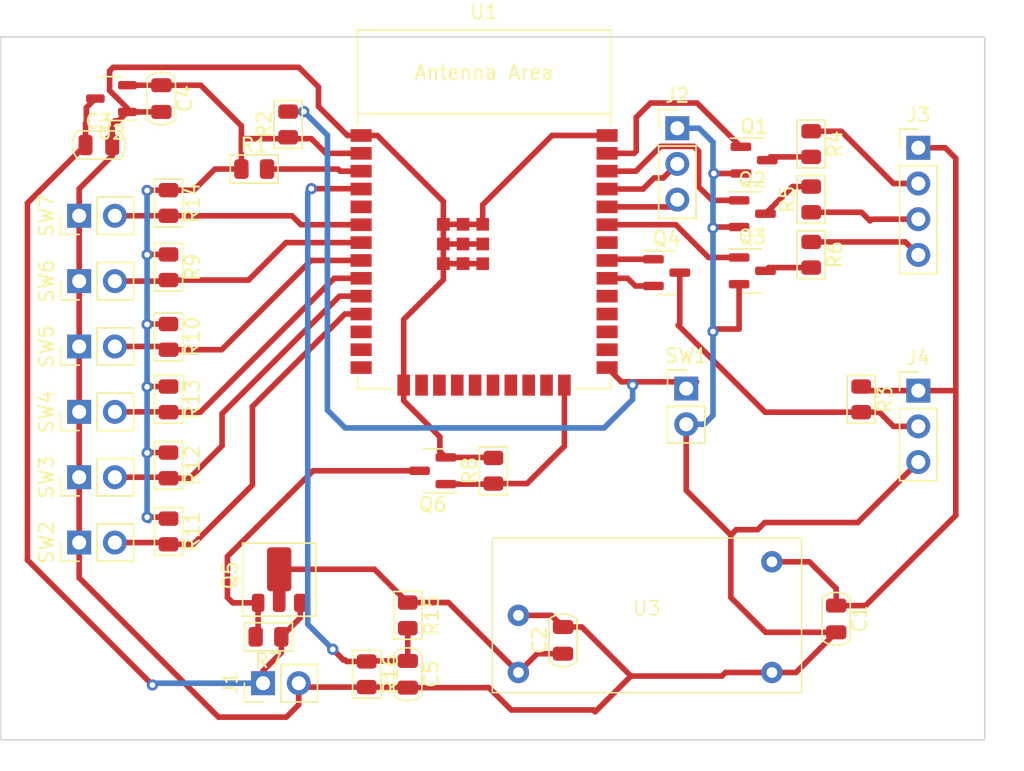
<source format=kicad_pcb>
(kicad_pcb (version 20221018) (generator pcbnew)
  (layers (0 "F.Cu" signal) (31 "B.Cu" signal) (34 "B.Paste" user) (35 "F.Paste" user) (36 "B.SilkS" user "B.Silkscreen") (37 "F.SilkS" user "F.Silkscreen") (38 "B.Mask" user) (39 "F.Mask" user) (44 "Edge.Cuts" user))
  (net 0 "")
  (net 1 "+5V")
  (net 2 "GND")
  (net 3 "+BATT")
  (net 4 "+2V8")
  (net 5 "Net-(J2-Pin_2)")
  (net 6 "Net-(J3-Pin_2)")
  (net 7 "Net-(J3-Pin_3)")
  (net 8 "Net-(J3-Pin_4)")
  (net 9 "Net-(J4-Pin_2)")
  (net 10 "Net-(Q1-G)")
  (net 11 "Net-(Q1-D)")
  (net 12 "Net-(Q2-G)")
  (net 13 "Net-(Q2-D)")
  (net 14 "Net-(Q3-D)")
  (net 15 "Net-(Q4-S)")
  (net 16 "Net-(Q5-G)")
  (net 17 "/V5_CTL")
  (net 18 "Net-(U1-EN{slash}CHIP_PU)")
  (net 19 "Net-(U1-GPIO0{slash}BOOT{slash}ADC2_CH1)")
  (net 20 "Net-(SW2-B)")
  (net 21 "Net-(SW3-B)")
  (net 22 "Net-(SW4-B)")
  (net 23 "Net-(SW5-B)")
  (net 24 "Net-(SW6-B)")
  (net 25 "Net-(SW7-B)")
  (net 35 "/VSEN")
  (net 36 "Net-(J2-Pin_3)")
  (net 37 "Net-(Q3-G)")
  (net 39 "Net-(Q5-D)")
  (net 40 "Net-(Q4-G)")
  (footprint "Package_TO_SOT_SMD_AKL:SOT-89-3" (layer "F.Cu") (at 141.836 72.917 90)
    (fp_text reference "Q5" (at 0.3 -3.5 90) (layer "F.SilkS"))
    (fp_text value "BSS606N" hide)
    (pad "1" smd roundrect (at -1.65 -1.5 90) (size 1.3 0.9) (layers "F.Cu" "F.Paste" "F.Mask") (net 16 "Net-(Q5-G)"))
    (pad "2" smd roundrect (at -1.45 0 90) (size 1.7 0.9) (layers "F.Cu" "F.Paste" "F.Mask") (net 39 "Net-(Q5-D)"))
    (pad "2" smd roundrect (at 0.74 0 180) (size 1.733 3.125) (layers "F.Cu" "F.Paste" "F.Mask") (roundrect_rratio 0.1442585113) (net 39 "Net-(Q5-D)"))
    (pad "3" smd roundrect (at -1.65 1.5 90) (size 1.3 0.9) (layers "F.Cu" "F.Paste" "F.Mask") (net 3 "+BATT"))
  )
  (footprint "Package_TO_SOT_SMD:SOT-23" (layer "F.Cu") (at 175.491 46.882)
    (fp_text reference "Q2" (at 0 -2.4) (layer "F.SilkS"))
    (fp_text value "BSS138")
    (pad "1" smd roundrect (at -0.9375 -0.95) (size 1.475 0.6) (layers "F.Cu" "F.Paste" "F.Mask") (net 12 "Net-(Q2-G)"))
    (pad "2" smd roundrect (at -0.9375 0.95) (size 1.475 0.6) (layers "F.Cu" "F.Paste" "F.Mask") (net 2 "GND"))
    (pad "3" smd roundrect (at 0.9375 0) (size 1.475 0.6) (layers "F.Cu" "F.Paste" "F.Mask") (net 13 "Net-(Q2-D)"))
  )
  (footprint "Resistor_SMD_AKL:R_0805_2012Metric" (layer "F.Cu") (at 133.962 64.789 -90)
    (fp_text reference "R12" (at 0 -1.7 90) (layer "F.SilkS"))
    (fp_text value "10k" hide)
    (pad "1" smd roundrect (at -0.9125 0 270) (size 1.025 1.4) (layers "F.Cu" "F.Paste" "F.Mask") (roundrect_rratio 0.243902) (net 4 "+2V8"))
    (pad "2" smd roundrect (at 0.9125 0 270) (size 1.025 1.4) (layers "F.Cu" "F.Paste" "F.Mask") (roundrect_rratio 0.243902) (net 21 "Net-(SW3-B)"))
  )
  (footprint "Resistor_SMD_AKL:R_0805_2012Metric" (layer "F.Cu") (at 148.059 79.648 -90)
    (fp_text reference "R16" (at 0 -1.7 90) (layer "F.SilkS"))
    (fp_text value "100k" hide)
    (pad "1" smd roundrect (at -0.9125 0 270) (size 1.025 1.4) (layers "F.Cu" "F.Paste" "F.Mask") (roundrect_rratio 0.243902) (net 35 "/VSEN"))
    (pad "2" smd roundrect (at 0.9125 0 270) (size 1.025 1.4) (layers "F.Cu" "F.Paste" "F.Mask") (roundrect_rratio 0.243902) (net 2 "GND"))
  )
  (footprint "Resistor_SMD_AKL:R_0805_2012Metric" (layer "F.Cu") (at 157.076 65.17 90)
    (fp_text reference "R8" (at 0 -1.7 90) (layer "F.SilkS"))
    (fp_text value "100k" hide)
    (pad "1" smd roundrect (at -0.9125 0 90) (size 1.025 1.4) (layers "F.Cu" "F.Paste" "F.Mask") (roundrect_rratio 0.243902) (net 17 "/V5_CTL"))
    (pad "2" smd roundrect (at 0.9125 0 90) (size 1.025 1.4) (layers "F.Cu" "F.Paste" "F.Mask") (roundrect_rratio 0.243902) (net 2 "GND"))
  )
  (footprint "Package_TO_SOT_SMD:SOT-23" (layer "F.Cu") (at 175.618 43.072)
    (fp_text reference "Q1" (at 0 -2.4) (layer "F.SilkS"))
    (fp_text value "BSS138")
    (pad "1" smd roundrect (at -0.9375 -0.95) (size 1.475 0.6) (layers "F.Cu" "F.Paste" "F.Mask") (net 10 "Net-(Q1-G)"))
    (pad "2" smd roundrect (at -0.9375 0.95) (size 1.475 0.6) (layers "F.Cu" "F.Paste" "F.Mask") (net 2 "GND"))
    (pad "3" smd roundrect (at 0.9375 0) (size 1.475 0.6) (layers "F.Cu" "F.Paste" "F.Mask") (net 11 "Net-(Q1-D)"))
  )
  (footprint "Resistor_SMD_AKL:R_0805_2012Metric" (layer "F.Cu") (at 133.962 69.488 -90)
    (fp_text reference "R11" (at 0 -1.7 90) (layer "F.SilkS"))
    (fp_text value "10k" hide)
    (pad "1" smd roundrect (at -0.9125 0 270) (size 1.025 1.4) (layers "F.Cu" "F.Paste" "F.Mask") (roundrect_rratio 0.243902) (net 4 "+2V8"))
    (pad "2" smd roundrect (at 0.9125 0 270) (size 1.025 1.4) (layers "F.Cu" "F.Paste" "F.Mask") (roundrect_rratio 0.243902) (net 20 "Net-(SW2-B)"))
  )
  (footprint "Package_TO_SOT_SMD:SOT-23-3" (layer "F.Cu") (at 129.898 38.693 180)
    (fp_text reference "U2" (at 0 -2.4) (layer "F.SilkS"))
    (fp_text value "XC6206PxxxMR")
    (pad "1" smd roundrect (at -1.1375 -0.95 180) (size 1.325 0.6) (layers "F.Cu" "F.Paste" "F.Mask") (net 2 "GND"))
    (pad "2" smd roundrect (at -1.1375 0.95 180) (size 1.325 0.6) (layers "F.Cu" "F.Paste" "F.Mask") (net 4 "+2V8"))
    (pad "3" smd roundrect (at 1.1375 0 180) (size 1.325 0.6) (layers "F.Cu" "F.Paste" "F.Mask") (net 3 "+BATT"))
  )
  (footprint "Capacitor_SMD_AKL:C_0805_2012Metric" (layer "F.Cu") (at 162.029 77.235 90)
    (fp_text reference "C2" (at 0 -1.68 90) (layer "F.SilkS"))
    (fp_text value "1u" hide)
    (pad "1" smd roundrect (at -0.95 0 90) (size 1 1.45) (layers "F.Cu" "F.Paste" "F.Mask") (net 39 "Net-(Q5-D)"))
    (pad "2" smd roundrect (at 0.95 0 90) (size 1 1.45) (layers "F.Cu" "F.Paste" "F.Mask") (net 2 "GND"))
  )
  (footprint "Resistor_SMD_AKL:R_0805_2012Metric" (layer "F.Cu") (at 150.98 75.457 -90)
    (fp_text reference "R15" (at 0 -1.7 90) (layer "F.SilkS"))
    (fp_text value "100k" hide)
    (pad "1" smd roundrect (at -0.9125 0 270) (size 1.025 1.4) (layers "F.Cu" "F.Paste" "F.Mask") (roundrect_rratio 0.243902) (net 39 "Net-(Q5-D)"))
    (pad "2" smd roundrect (at 0.9125 0 270) (size 1.025 1.4) (layers "F.Cu" "F.Paste" "F.Mask") (roundrect_rratio 0.243902) (net 35 "/VSEN"))
  )
  (footprint "Capacitor_SMD_AKL:C_0805_2012Metric" (layer "F.Cu") (at 181.46 75.711 -90)
    (fp_text reference "C1" (at 0 -1.68 90) (layer "F.SilkS"))
    (fp_text value "1u" hide)
    (pad "1" smd roundrect (at -0.95 0 270) (size 1 1.45) (layers "F.Cu" "F.Paste" "F.Mask") (net 1 "+5V"))
    (pad "2" smd roundrect (at 0.95 0 270) (size 1 1.45) (layers "F.Cu" "F.Paste" "F.Mask") (net 2 "GND"))
  )
  (footprint "Connector_PinHeader_2.54mm:PinHeader_1x02_P2.54mm_Vertical" (layer "F.Cu") (at 127.607 56.329 90)
    (fp_text reference "SW5" (at 0 -2.33 90) (layer "F.SilkS"))
    (fp_text value "SW_SPST")
    (pad "1" thru_hole rect (at 0 0 90) (size 1.7 1.7) (drill 1) (layers "*.Cu" "*.Mask") (net 2 "GND"))
    (pad "2" thru_hole oval (at 0 2.54 90) (size 1.7 1.7) (drill 1) (layers "*.Cu" "*.Mask") (net 23 "Net-(SW5-B)"))
  )
  (footprint "Connector_PinHeader_2.54mm:PinHeader_1x02_P2.54mm_Vertical" (layer "F.Cu") (at 140.688 80.283 90)
    (fp_text reference "J1" (at 0 -2.33 90) (layer "F.SilkS"))
    (fp_text value "Conn_01x02_Pin")
    (pad "1" thru_hole rect (at 0 0 90) (size 1.7 1.7) (drill 1) (layers "*.Cu" "*.Mask") (net 3 "+BATT"))
    (pad "2" thru_hole oval (at 0 2.54 90) (size 1.7 1.7) (drill 1) (layers "*.Cu" "*.Mask") (net 2 "GND"))
  )
  (footprint "Package_TO_SOT_SMD:SOT-23" (layer "F.Cu") (at 175.491 50.946)
    (fp_text reference "Q3" (at 0 -2.4) (layer "F.SilkS"))
    (fp_text value "BSS138")
    (pad "1" smd roundrect (at -0.9375 -0.95) (size 1.475 0.6) (layers "F.Cu" "F.Paste" "F.Mask") (net 37 "Net-(Q3-G)"))
    (pad "2" smd roundrect (at -0.9375 0.95) (size 1.475 0.6) (layers "F.Cu" "F.Paste" "F.Mask") (net 2 "GND"))
    (pad "3" smd roundrect (at 0.9375 0) (size 1.475 0.6) (layers "F.Cu" "F.Paste" "F.Mask") (net 14 "Net-(Q3-D)"))
  )
  (footprint "Connector_PinHeader_2.54mm:PinHeader_1x02_P2.54mm_Vertical" (layer "F.Cu") (at 127.607 51.679 90)
    (fp_text reference "SW6" (at 0 -2.33 90) (layer "F.SilkS"))
    (fp_text value "SW_SPST")
    (pad "1" thru_hole rect (at 0 0 90) (size 1.7 1.7) (drill 1) (layers "*.Cu" "*.Mask") (net 2 "GND"))
    (pad "2" thru_hole oval (at 0 2.54 90) (size 1.7 1.7) (drill 1) (layers "*.Cu" "*.Mask") (net 24 "Net-(SW6-B)"))
  )
  (footprint "Footprints:MINI_MT3608" (layer "F.Cu") (at 167.998 75.457)
    (fp_text reference "U3" (at 0 -0.5 unlocked) (layer "F.SilkS") (effects (font (thickness 0.1))))
    (fp_text value "MINI_MT3608")
    (pad "1" thru_hole circle (at -9.144 0) (size 1.524 1.524) (drill 0.762) (layers "*.Cu" "*.Mask") (net 2 "GND"))
    (pad "2" thru_hole circle (at -9.144 4.064) (size 1.524 1.524) (drill 0.762) (layers "*.Cu" "*.Mask") (net 39 "Net-(Q5-D)"))
    (pad "3" thru_hole circle (at 8.89 4.064) (size 1.524 1.524) (drill 0.762) (layers "*.Cu" "*.Mask") (net 2 "GND"))
    (pad "4" thru_hole circle (at 8.89 -3.81) (size 1.524 1.524) (drill 0.762) (layers "*.Cu" "*.Mask") (net 1 "+5V"))
  )
  (footprint "Connector_PinHeader_2.54mm:PinHeader_1x02_P2.54mm_Vertical" (layer "F.Cu") (at 127.607 70.279 90)
    (fp_text reference "SW2" (at 0 -2.33 90) (layer "F.SilkS"))
    (fp_text value "SW_SPST")
    (pad "1" thru_hole rect (at 0 0 90) (size 1.7 1.7) (drill 1) (layers "*.Cu" "*.Mask") (net 2 "GND"))
    (pad "2" thru_hole oval (at 0 2.54 90) (size 1.7 1.7) (drill 1) (layers "*.Cu" "*.Mask") (net 20 "Net-(SW2-B)"))
  )
  (footprint "Connector_PinHeader_2.54mm:PinHeader_1x03_P2.54mm_Vertical" (layer "F.Cu") (at 170.157 40.801)
    (fp_text reference "J2" (at 0 -2.33) (layer "F.SilkS"))
    (fp_text value "Conn_01x03_Socket")
    (pad "1" thru_hole rect (at 0 0) (size 1.7 1.7) (drill 1) (layers "*.Cu" "*.Mask") (net 2 "GND"))
    (pad "2" thru_hole oval (at 0 2.54) (size 1.7 1.7) (drill 1) (layers "*.Cu" "*.Mask") (net 5 "Net-(J2-Pin_2)"))
    (pad "3" thru_hole oval (at 0 5.08) (size 1.7 1.7) (drill 1) (layers "*.Cu" "*.Mask") (net 36 "Net-(J2-Pin_3)"))
  )
  (footprint "Capacitor_SMD_AKL:C_0805_2012Metric" (layer "F.Cu") (at 133.454 38.693 -90)
    (fp_text reference "C4" (at 0 -1.68 90) (layer "F.SilkS"))
    (fp_text value "1u" hide)
    (pad "1" smd roundrect (at -0.95 0 270) (size 1 1.45) (layers "F.Cu" "F.Paste" "F.Mask") (net 4 "+2V8"))
    (pad "2" smd roundrect (at 0.95 0 270) (size 1 1.45) (layers "F.Cu" "F.Paste" "F.Mask") (net 2 "GND"))
  )
  (footprint "Resistor_SMD_AKL:R_0805_2012Metric" (layer "F.Cu") (at 141.074 76.981 180)
    (fp_text reference "R7" (at 0 -1.7) (layer "F.SilkS"))
    (fp_text value "100k" hide)
    (pad "1" smd roundrect (at -0.9125 0 180) (size 1.025 1.4) (layers "F.Cu" "F.Paste" "F.Mask") (roundrect_rratio 0.243902) (net 3 "+BATT"))
    (pad "2" smd roundrect (at 0.9125 0 180) (size 1.025 1.4) (layers "F.Cu" "F.Paste" "F.Mask") (roundrect_rratio 0.243902) (net 16 "Net-(Q5-G)"))
  )
  (footprint "Resistor_SMD_AKL:R_0805_2012Metric" (layer "F.Cu") (at 133.962 60.09 -90)
    (fp_text reference "R13" (at 0 -1.7 90) (layer "F.SilkS"))
    (fp_text value "10k" hide)
    (pad "1" smd roundrect (at -0.9125 0 270) (size 1.025 1.4) (layers "F.Cu" "F.Paste" "F.Mask") (roundrect_rratio 0.243902) (net 4 "+2V8"))
    (pad "2" smd roundrect (at 0.9125 0 270) (size 1.025 1.4) (layers "F.Cu" "F.Paste" "F.Mask") (roundrect_rratio 0.243902) (net 22 "Net-(SW4-B)"))
  )
  (footprint "Resistor_SMD_AKL:R_0805_2012Metric" (layer "F.Cu") (at 142.471 40.532 90)
    (fp_text reference "R2" (at 0 -1.7 90) (layer "F.SilkS"))
    (fp_text value "10k" hide)
    (pad "1" smd roundrect (at -0.9125 0 90) (size 1.025 1.4) (layers "F.Cu" "F.Paste" "F.Mask") (roundrect_rratio 0.243902) (net 4 "+2V8"))
    (pad "2" smd roundrect (at 0.9125 0 90) (size 1.025 1.4) (layers "F.Cu" "F.Paste" "F.Mask") (roundrect_rratio 0.243902) (net 19 "Net-(U1-GPIO0{slash}BOOT{slash}ADC2_CH1)"))
  )
  (footprint "Package_TO_SOT_SMD:SOT-23" (layer "F.Cu") (at 152.758 65.17 180)
    (fp_text reference "Q6" (at 0 -2.4) (layer "F.SilkS"))
    (fp_text value "2N7002")
    (pad "1" smd roundrect (at -0.9375 -0.95 180) (size 1.475 0.6) (layers "F.Cu" "F.Paste" "F.Mask") (net 17 "/V5_CTL"))
    (pad "2" smd roundrect (at -0.9375 0.95 180) (size 1.475 0.6) (layers "F.Cu" "F.Paste" "F.Mask") (net 2 "GND"))
    (pad "3" smd roundrect (at 0.9375 0 180) (size 1.475 0.6) (layers "F.Cu" "F.Paste" "F.Mask") (net 16 "Net-(Q5-G)"))
  )
  (footprint "Package_TO_SOT_SMD:SOT-23" (layer "F.Cu") (at 169.395 51.073)
    (fp_text reference "Q4" (at 0 -2.4) (layer "F.SilkS"))
    (fp_text value "BSS138")
    (pad "1" smd roundrect (at -0.9375 -0.95) (size 1.475 0.6) (layers "F.Cu" "F.Paste" "F.Mask") (net 40 "Net-(Q4-G)"))
    (pad "2" smd roundrect (at -0.9375 0.95) (size 1.475 0.6) (layers "F.Cu" "F.Paste" "F.Mask") (net 15 "Net-(Q4-S)"))
    (pad "3" smd roundrect (at 0.9375 0) (size 1.475 0.6) (layers "F.Cu" "F.Paste" "F.Mask") (net 9 "Net-(J4-Pin_2)"))
  )
  (footprint "Capacitor_SMD_AKL:C_0805_2012Metric" (layer "F.Cu") (at 150.98 79.648 -90)
    (fp_text reference "C5" (at 0 -1.68 90) (layer "F.SilkS"))
    (fp_text value "100n" hide)
    (pad "1" smd roundrect (at -0.95 0 270) (size 1 1.45) (layers "F.Cu" "F.Paste" "F.Mask") (net 35 "/VSEN"))
    (pad "2" smd roundrect (at 0.95 0 270) (size 1 1.45) (layers "F.Cu" "F.Paste" "F.Mask") (net 2 "GND"))
  )
  (footprint "Capacitor_SMD_AKL:C_0805_2012Metric" (layer "F.Cu") (at 129.009 41.995)
    (fp_text reference "C3" (at 0 -1.68) (layer "F.SilkS"))
    (fp_text value "1u" hide)
    (pad "1" smd roundrect (at -0.95 0) (size 1 1.45) (layers "F.Cu" "F.Paste" "F.Mask") (net 3 "+BATT"))
    (pad "2" smd roundrect (at 0.95 0) (size 1 1.45) (layers "F.Cu" "F.Paste" "F.Mask") (net 2 "GND"))
  )
  (footprint "Connector_PinHeader_2.54mm:PinHeader_1x03_P2.54mm_Vertical" (layer "F.Cu") (at 187.302 59.47)
    (fp_text reference "J4" (at 0 -2.33) (layer "F.SilkS"))
    (fp_text value "Conn_01x03_Socket")
    (pad "1" thru_hole rect (at 0 0) (size 1.7 1.7) (drill 1) (layers "*.Cu" "*.Mask") (net 1 "+5V"))
    (pad "2" thru_hole oval (at 0 2.54) (size 1.7 1.7) (drill 1) (layers "*.Cu" "*.Mask") (net 9 "Net-(J4-Pin_2)"))
    (pad "3" thru_hole oval (at 0 5.08) (size 1.7 1.7) (drill 1) (layers "*.Cu" "*.Mask") (net 2 "GND"))
  )
  (footprint "Connector_PinHeader_2.54mm:PinHeader_1x02_P2.54mm_Vertical" (layer "F.Cu") (at 170.792 59.323)
    (fp_text reference "SW1" (at 0 -2.33) (layer "F.SilkS"))
    (fp_text value "SW_Push")
    (pad "1" thru_hole rect (at 0 0) (size 1.7 1.7) (drill 1) (layers "*.Cu" "*.Mask") (net 19 "Net-(U1-GPIO0{slash}BOOT{slash}ADC2_CH1)"))
    (pad "2" thru_hole oval (at 0 2.54) (size 1.7 1.7) (drill 1) (layers "*.Cu" "*.Mask") (net 2 "GND"))
  )
  (footprint "Connector_PinHeader_2.54mm:PinHeader_1x02_P2.54mm_Vertical" (layer "F.Cu") (at 127.607 47.029 90)
    (fp_text reference "SW7" (at 0 -2.33 90) (layer "F.SilkS"))
    (fp_text value "SW_SPST")
    (pad "1" thru_hole rect (at 0 0 90) (size 1.7 1.7) (drill 1) (layers "*.Cu" "*.Mask") (net 2 "GND"))
    (pad "2" thru_hole oval (at 0 2.54 90) (size 1.7 1.7) (drill 1) (layers "*.Cu" "*.Mask") (net 25 "Net-(SW7-B)"))
  )
  (footprint "Resistor_SMD_AKL:R_0805_2012Metric" (layer "F.Cu") (at 179.682 45.866 90)
    (fp_text reference "R5" (at 0 -1.7 90) (layer "F.SilkS"))
    (fp_text value "100" hide)
    (pad "1" smd roundrect (at -0.9125 0 90) (size 1.025 1.4) (layers "F.Cu" "F.Paste" "F.Mask") (roundrect_rratio 0.243902) (net 7 "Net-(J3-Pin_3)"))
    (pad "2" smd roundrect (at 0.9125 0 90) (size 1.025 1.4) (layers "F.Cu" "F.Paste" "F.Mask") (roundrect_rratio 0.243902) (net 13 "Net-(Q2-D)"))
  )
  (footprint "Resistor_SMD_AKL:R_0805_2012Metric" (layer "F.Cu") (at 133.962 46.12 -90)
    (fp_text reference "R14" (at 0 -1.7 90) (layer "F.SilkS"))
    (fp_text value "10k" hide)
    (pad "1" smd roundrect (at -0.9125 0 270) (size 1.025 1.4) (layers "F.Cu" "F.Paste" "F.Mask") (roundrect_rratio 0.243902) (net 4 "+2V8"))
    (pad "2" smd roundrect (at 0.9125 0 270) (size 1.025 1.4) (layers "F.Cu" "F.Paste" "F.Mask") (roundrect_rratio 0.243902) (net 25 "Net-(SW7-B)"))
  )
  (footprint "Connector_PinHeader_2.54mm:PinHeader_1x04_P2.54mm_Vertical" (layer "F.Cu") (at 187.302 42.193)
    (fp_text reference "J3" (at 0 -2.33) (layer "F.SilkS"))
    (fp_text value "Conn_01x04_Socket")
    (pad "1" thru_hole rect (at 0 0) (size 1.7 1.7) (drill 1) (layers "*.Cu" "*.Mask") (net 1 "+5V"))
    (pad "2" thru_hole oval (at 0 2.54) (size 1.7 1.7) (drill 1) (layers "*.Cu" "*.Mask") (net 6 "Net-(J3-Pin_2)"))
    (pad "3" thru_hole oval (at 0 5.08) (size 1.7 1.7) (drill 1) (layers "*.Cu" "*.Mask") (net 7 "Net-(J3-Pin_3)"))
    (pad "4" thru_hole oval (at 0 7.62) (size 1.7 1.7) (drill 1) (layers "*.Cu" "*.Mask") (net 8 "Net-(J3-Pin_4)"))
  )
  (footprint "Resistor_SMD_AKL:R_0805_2012Metric" (layer "F.Cu") (at 140.058 43.707)
    (fp_text reference "R1" (at 0 -1.7) (layer "F.SilkS"))
    (fp_text value "10k" hide)
    (pad "1" smd roundrect (at -0.9125 0) (size 1.025 1.4) (layers "F.Cu" "F.Paste" "F.Mask") (roundrect_rratio 0.243902) (net 4 "+2V8"))
    (pad "2" smd roundrect (at 0.9125 0) (size 1.025 1.4) (layers "F.Cu" "F.Paste" "F.Mask") (roundrect_rratio 0.243902) (net 18 "Net-(U1-EN{slash}CHIP_PU)"))
  )
  (footprint "Resistor_SMD_AKL:R_0805_2012Metric" (layer "F.Cu") (at 179.682 41.929 -90)
    (fp_text reference "R4" (at 0 -1.7 90) (layer "F.SilkS"))
    (fp_text value "100" hide)
    (pad "1" smd roundrect (at -0.9125 0 270) (size 1.025 1.4) (layers "F.Cu" "F.Paste" "F.Mask") (roundrect_rratio 0.243902) (net 6 "Net-(J3-Pin_2)"))
    (pad "2" smd roundrect (at 0.9125 0 270) (size 1.025 1.4) (layers "F.Cu" "F.Paste" "F.Mask") (roundrect_rratio 0.243902) (net 11 "Net-(Q1-D)"))
  )
  (footprint "Resistor_SMD_AKL:R_0805_2012Metric" (layer "F.Cu") (at 133.962 50.692 -90)
    (fp_text reference "R9" (at 0 -1.7 90) (layer "F.SilkS"))
    (fp_text value "10k" hide)
    (pad "1" smd roundrect (at -0.9125 0 270) (size 1.025 1.4) (layers "F.Cu" "F.Paste" "F.Mask") (roundrect_rratio 0.243902) (net 4 "+2V8"))
    (pad "2" smd roundrect (at 0.9125 0 270) (size 1.025 1.4) (layers "F.Cu" "F.Paste" "F.Mask") (roundrect_rratio 0.243902) (net 24 "Net-(SW6-B)"))
  )
  (footprint "Connector_PinHeader_2.54mm:PinHeader_1x02_P2.54mm_Vertical" (layer "F.Cu") (at 127.607 65.629 90)
    (fp_text reference "SW3" (at 0 -2.33 90) (layer "F.SilkS"))
    (fp_text value "SW_SPST")
    (pad "1" thru_hole rect (at 0 0 90) (size 1.7 1.7) (drill 1) (layers "*.Cu" "*.Mask") (net 2 "GND"))
    (pad "2" thru_hole oval (at 0 2.54 90) (size 1.7 1.7) (drill 1) (layers "*.Cu" "*.Mask") (net 21 "Net-(SW3-B)"))
  )
  (footprint "Resistor_SMD_AKL:R_0805_2012Metric" (layer "F.Cu") (at 133.962 55.645 -90)
    (fp_text reference "R10" (at 0 -1.7 90) (layer "F.SilkS"))
    (fp_text value "10k" hide)
    (pad "1" smd roundrect (at -0.9125 0 270) (size 1.025 1.4) (layers "F.Cu" "F.Paste" "F.Mask") (roundrect_rratio 0.243902) (net 4 "+2V8"))
    (pad "2" smd roundrect (at 0.9125 0 270) (size 1.025 1.4) (layers "F.Cu" "F.Paste" "F.Mask") (roundrect_rratio 0.243902) (net 23 "Net-(SW5-B)"))
  )
  (footprint "PCM_Espressif:ESP32-WROOM-32E" (layer "F.Cu") (at 156.414 48.328)
    (fp_text reference "U1" (at 0 -15.8) (layer "F.SilkS"))
    (fp_text value "ESP32-WROOM-E")
    (fp_text user "Antenna Area" (at 0 -11.5) (layer "F.SilkS"))
    (pad "1" smd rect (at -8.75 -7.01) (size 1.5 0.9) (layers "F.Cu" "F.Paste" "F.Mask") (net 2 "GND"))
    (pad "2" smd rect (at -8.75 -5.74) (size 1.5 0.9) (layers "F.Cu" "F.Paste" "F.Mask") (net 4 "+2V8"))
    (pad "3" smd rect (at -8.75 -4.47) (size 1.5 0.9) (layers "F.Cu" "F.Paste" "F.Mask") (net 18 "Net-(U1-EN{slash}CHIP_PU)"))
    (pad "4" smd rect (at -8.75 -3.2) (size 1.5 0.9) (layers "F.Cu" "F.Paste" "F.Mask") (net 35 "/VSEN"))
    (pad "5" smd rect (at -8.75 -1.93) (size 1.5 0.9) (layers "F.Cu" "F.Paste" "F.Mask"))
    (pad "6" smd rect (at -8.75 -0.66) (size 1.5 0.9) (layers "F.Cu" "F.Paste" "F.Mask") (net 25 "Net-(SW7-B)"))
    (pad "7" smd rect (at -8.75 0.61) (size 1.5 0.9) (layers "F.Cu" "F.Paste" "F.Mask") (net 24 "Net-(SW6-B)"))
    (pad "8" smd rect (at -8.75 1.88) (size 1.5 0.9) (layers "F.Cu" "F.Paste" "F.Mask") (net 23 "Net-(SW5-B)"))
    (pad "9" smd rect (at -8.75 3.15) (size 1.5 0.9) (layers "F.Cu" "F.Paste" "F.Mask") (net 22 "Net-(SW4-B)"))
    (pad "10" smd rect (at -8.75 4.42) (size 1.5 0.9) (layers "F.Cu" "F.Paste" "F.Mask") (net 21 "Net-(SW3-B)"))
    (pad "11" smd rect (at -8.75 5.69) (size 1.5 0.9) (layers "F.Cu" "F.Paste" "F.Mask") (net 20 "Net-(SW2-B)"))
    (pad "12" smd rect (at -8.75 6.96) (size 1.5 0.9) (layers "F.Cu" "F.Paste" "F.Mask"))
    (pad "13" smd rect (at -8.75 8.23) (size 1.5 0.9) (layers "F.Cu" "F.Paste" "F.Mask"))
    (pad "14" smd rect (at -8.75 9.5) (size 1.5 0.9) (layers "F.Cu" "F.Paste" "F.Mask"))
    (pad "15" smd rect (at -5.72 10.75 90) (size 1.5 0.9) (layers "F.Cu" "F.Paste" "F.Mask") (net 2 "GND"))
    (pad "16" smd rect (at -4.45 10.75 90) (size 1.5 0.9) (layers "F.Cu" "F.Paste" "F.Mask"))
    (pad "17" smd rect (at -3.18 10.75 90) (size 1.5 0.9) (layers "F.Cu" "F.Paste" "F.Mask"))
    (pad "18" smd rect (at -1.91 10.75 90) (size 1.5 0.9) (layers "F.Cu" "F.Paste" "F.Mask"))
    (pad "19" smd rect (at -0.64 10.75 90) (size 1.5 0.9) (layers "F.Cu" "F.Paste" "F.Mask"))
    (pad "20" smd rect (at 0.63 10.75 90) (size 1.5 0.9) (layers "F.Cu" "F.Paste" "F.Mask"))
    (pad "21" smd rect (at 1.9 10.75 90) (size 1.5 0.9) (layers "F.Cu" "F.Paste" "F.Mask"))
    (pad "22" smd rect (at 3.17 10.75 90) (size 1.5 0.9) (layers "F.Cu" "F.Paste" "F.Mask"))
    (pad "23" smd rect (at 4.44 10.75 90) (size 1.5 0.9) (layers "F.Cu" "F.Paste" "F.Mask"))
    (pad "24" smd rect (at 5.71 10.75 90) (size 1.5 0.9) (layers "F.Cu" "F.Paste" "F.Mask") (net 17 "/V5_CTL"))
    (pad "25" smd rect (at 8.75 9.5 180) (size 1.5 0.9) (layers "F.Cu" "F.Paste" "F.Mask") (net 19 "Net-(U1-GPIO0{slash}BOOT{slash}ADC2_CH1)"))
    (pad "26" smd rect (at 8.75 8.23 180) (size 1.5 0.9) (layers "F.Cu" "F.Paste" "F.Mask"))
    (pad "27" smd rect (at 8.75 6.96 180) (size 1.5 0.9) (layers "F.Cu" "F.Paste" "F.Mask"))
    (pad "28" smd rect (at 8.75 5.69 180) (size 1.5 0.9) (layers "F.Cu" "F.Paste" "F.Mask"))
    (pad "29" smd rect (at 8.75 4.42 180) (size 1.5 0.9) (layers "F.Cu" "F.Paste" "F.Mask"))
    (pad "30" smd rect (at 8.75 3.15 180) (size 1.5 0.9) (layers "F.Cu" "F.Paste" "F.Mask") (net 15 "Net-(Q4-S)"))
    (pad "31" smd rect (at 8.75 1.88 180) (size 1.5 0.9) (layers "F.Cu" "F.Paste" "F.Mask") (net 40 "Net-(Q4-G)"))
    (pad "32" smd rect (at 8.75 0.61 180) (size 1.5 0.9) (layers "F.Cu" "F.Paste" "F.Mask"))
    (pad "33" smd rect (at 8.75 -0.66 180) (size 1.5 0.9) (layers "F.Cu" "F.Paste" "F.Mask") (net 37 "Net-(Q3-G)"))
    (pad "34" smd rect (at 8.75 -1.93 180) (size 1.5 0.9) (layers "F.Cu" "F.Paste" "F.Mask") (net 36 "Net-(J2-Pin_3)"))
    (pad "35" smd rect (at 8.75 -3.2 180) (size 1.5 0.9) (layers "F.Cu" "F.Paste" "F.Mask") (net 5 "Net-(J2-Pin_2)"))
    (pad "36" smd rect (at 8.75 -4.47 180) (size 1.5 0.9) (layers "F.Cu" "F.Paste" "F.Mask") (net 12 "Net-(Q2-G)"))
    (pad "37" smd rect (at 8.75 -5.74 180) (size 1.5 0.9) (layers "F.Cu" "F.Paste" "F.Mask") (net 10 "Net-(Q1-G)"))
    (pad "38" smd rect (at 8.75 -7.01 180) (size 1.5 0.9) (layers "F.Cu" "F.Paste" "F.Mask") (net 2 "GND"))
    (pad "39" smd rect (at -2.9 -0.69 180) (size 0.9 0.9) (layers "F.Cu" "F.Paste" "F.Mask") (net 2 "GND"))
    (pad "39" smd rect (at -2.9 -0.69 180) (size 0.9 0.9) (layers "F.Cu" "F.Paste" "F.Mask") (net 2 "GND"))
    (pad "39" smd rect (at -2.9 0.71 180) (size 0.9 0.9) (layers "F.Cu" "F.Paste" "F.Mask") (net 2 "GND"))
    (pad "39" smd rect (at -2.9 2.11 180) (size 0.9 0.9) (layers "F.Cu" "F.Paste" "F.Mask") (net 2 "GND"))
    (pad "39" smd rect (at -2.9 2.11 180) (size 0.9 0.9) (layers "F.Cu" "F.Paste" "F.Mask") (net 2 "GND"))
    (pad "39" smd rect (at -1.5 -0.69 180) (size 0.9 0.9) (layers "F.Cu" "F.Paste" "F.Mask") (net 2 "GND"))
    (pad "39" smd rect (at -1.5 0.71 180) (size 0.9 0.9) (layers "F.Cu" "F.Paste" "F.Mask") (net 2 "GND"))
    (pad "39" smd rect (at -1.5 2.11 180) (size 0.9 0.9) (layers "F.Cu" "F.Paste" "F.Mask") (net 2 "GND"))
    (pad "39" smd rect (at -1.5 2.11 180) (size 0.9 0.9) (layers "F.Cu" "F.Paste" "F.Mask") (net 2 "GND"))
    (pad "39" smd rect (at -0.1 -0.69 180) (size 0.9 0.9) (layers "F.Cu" "F.Paste" "F.Mask") (net 2 "GND"))
    (pad "39" smd rect (at -0.1 0.71 180) (size 0.9 0.9) (layers "F.Cu" "F.Paste" "F.Mask") (net 2 "GND"))
    (pad "39" smd rect (at -0.1 2.11 180) (size 0.9 0.9) (layers "F.Cu" "F.Paste" "F.Mask") (net 2 "GND"))
  )
  (footprint "Connector_PinHeader_2.54mm:PinHeader_1x02_P2.54mm_Vertical" (layer "F.Cu") (at 127.607 60.979 90)
    (fp_text reference "SW4" (at 0 -2.33 90) (layer "F.SilkS"))
    (fp_text value "SW_SPST")
    (pad "1" thru_hole rect (at 0 0 90) (size 1.7 1.7) (drill 1) (layers "*.Cu" "*.Mask") (net 2 "GND"))
    (pad "2" thru_hole oval (at 0 2.54 90) (size 1.7 1.7) (drill 1) (layers "*.Cu" "*.Mask") (net 22 "Net-(SW4-B)"))
  )
  (footprint "Resistor_SMD_AKL:R_0805_2012Metric" (layer "F.Cu") (at 183.238 60.09 -90)
    (fp_text reference "R3" (at 0 -1.7 90) (layer "F.SilkS"))
    (fp_text value "1k" hide)
    (pad "1" smd roundrect (at -0.9125 0 270) (size 1.025 1.4) (layers "F.Cu" "F.Paste" "F.Mask") (roundrect_rratio 0.243902) (net 1 "+5V"))
    (pad "2" smd roundrect (at 0.9125 0 270) (size 1.025 1.4) (layers "F.Cu" "F.Paste" "F.Mask") (roundrect_rratio 0.243902) (net 9 "Net-(J4-Pin_2)"))
  )
  (footprint "Resistor_SMD_AKL:R_0805_2012Metric" (layer "F.Cu") (at 179.682 49.803 -90)
    (fp_text reference "R6" (at 0 -1.7 90) (layer "F.SilkS"))
    (fp_text value "100" hide)
    (pad "1" smd roundrect (at -0.9125 0 270) (size 1.025 1.4) (layers "F.Cu" "F.Paste" "F.Mask") (roundrect_rratio 0.243902) (net 8 "Net-(J3-Pin_4)"))
    (pad "2" smd roundrect (at 0.9125 0 270) (size 1.025 1.4) (layers "F.Cu" "F.Paste" "F.Mask") (roundrect_rratio 0.243902) (net 14 "Net-(Q3-D)"))
  )
  (gr_rect (start 122.024 34.309) (end 192.024 84.309) (stroke (width 0.1)) (fill none) (layer "Edge.Cuts"))
  (segment (start 181.46 74.761) (end 183.553 74.761) (width 0.4) (layer "F.Cu") (net 1))
  (segment (start 189.969 42.945) (end 189.217 42.193) (width 0.4) (layer "F.Cu") (net 1))
  (segment (start 183.5305 59.47) (end 183.238 59.1775) (width 0.4) (layer "F.Cu") (net 1))
  (segment (start 189.857 59.47) (end 189.969 59.582) (width 0.4) (layer "F.Cu") (net 1))
  (segment (start 187.302 59.47) (end 183.5305 59.47) (width 0.4) (layer "F.Cu") (net 1))
  (segment (start 176.888 71.647) (end 179.555 71.647) (width 0.4) (layer "F.Cu") (net 1))
  (segment (start 189.969 59.582) (end 189.969 42.945) (width 0.4) (layer "F.Cu") (net 1))
  (segment (start 179.555 71.647) (end 181.46 73.552) (width 0.4) (layer "F.Cu") (net 1))
  (segment (start 189.969 68.345) (end 189.969 59.582) (width 0.4) (layer "F.Cu") (net 1))
  (segment (start 183.553 74.761) (end 189.969 68.345) (width 0.4) (layer "F.Cu") (net 1))
  (segment (start 187.302 59.47) (end 189.857 59.47) (width 0.4) (layer "F.Cu") (net 1))
  (segment (start 181.46 73.552) (end 181.46 74.761) (width 0.4) (layer "F.Cu") (net 1))
  (segment (start 189.217 42.193) (end 187.302 42.193) (width 0.4) (layer "F.Cu") (net 1))
  (segment (start 174.5535 47.832) (end 172.763 47.832) (width 0.4) (layer "F.Cu") (net 2))
  (segment (start 129.959 41.995) (end 129.959 42.757) (width 0.4) (layer "F.Cu") (net 2))
  (segment (start 172.697 43.961) (end 172.758 44.022) (width 0.4) (layer "F.Cu") (net 2))
  (segment (start 156.314 47.638) (end 153.514 47.638) (width 0.4) (layer "F.Cu") (net 2))
  (segment (start 158.346 82.188) (end 164.188 82.188) (width 0.4) (layer "F.Cu") (net 2))
  (segment (start 166.855 79.775) (end 173.332 79.775) (width 0.4) (layer "F.Cu") (net 2))
  (segment (start 170.792 66.567) (end 173.967 69.742) (width 0.4) (layer "F.Cu") (net 2))
  (segment (start 147.664 41.318) (end 148.814 41.318) (width 0.4) (layer "F.Cu") (net 2))
  (segment (start 157.0385 64.22) (end 157.076 64.2575) (width 0.4) (layer "F.Cu") (net 2))
  (segment (start 148.814 41.318) (end 153.514 46.018) (width 0.4) (layer "F.Cu") (net 2))
  (segment (start 127.607 72.785) (end 137.518 82.696) (width 0.4) (layer "F.Cu") (net 2))
  (segment (start 144.63 39.262) (end 144.63 37.865) (width 0.4) (layer "F.Cu") (net 2))
  (segment (start 161.243 41.318) (end 165.164 41.318) (width 0.4) (layer "F.Cu") (net 2))
  (segment (start 176.888 79.521) (end 178.6 79.521) (width 0.4) (layer "F.Cu") (net 2))
  (segment (start 127.607 47.029) (end 127.607 70.279) (width 0.4) (layer "F.Cu") (net 2))
  (segment (start 130.025 36.468) (end 129.771 36.722) (width 0.4) (layer "F.Cu") (net 2))
  (segment (start 161.201 75.457) (end 162.029 76.285) (width 0.4) (layer "F.Cu") (net 2))
  (segment (start 164.188 82.188) (end 164.315 82.315) (width 0.4) (layer "F.Cu") (net 2))
  (segment (start 173.967 74.187) (end 173.967 69.742) (width 0.4) (layer "F.Cu") (net 2))
  (segment (start 164.315 82.315) (end 166.855 79.775) (width 0.4) (layer "F.Cu") (net 2))
  (segment (start 131.0355 39.643) (end 130.4005 40.278) (width 0.4) (layer "F.Cu") (net 2))
  (segment (start 127.607 70.279) (end 127.607 72.785) (width 0.4) (layer "F.Cu") (net 2))
  (segment (start 133.454 39.643) (end 131.0355 39.643) (width 0.4) (layer "F.Cu") (net 2))
  (segment (start 153.514 51.587) (end 150.694 54.407) (width 0.4) (layer "F.Cu") (net 2))
  (segment (start 162.029 76.285) (end 163.365 76.285) (width 0.4) (layer "F.Cu") (net 2))
  (segment (start 153.6955 64.22) (end 157.0385 64.22) (width 0.4) (layer "F.Cu") (net 2))
  (segment (start 176.441 76.661) (end 173.967 74.187) (width 0.4) (layer "F.Cu") (net 2))
  (segment (start 173.967 69.742) (end 174.348 69.361) (width 0.4) (layer "F.Cu") (net 2))
  (segment (start 174.6805 44.022) (end 172.758 44.022) (width 0.4) (layer "F.Cu") (net 2))
  (segment (start 129.771 38.119) (end 131.0355 39.3835) (width 0.4) (layer "F.Cu") (net 2))
  (segment (start 172.697 55.264) (end 172.8725 55.0885) (width 0.4) (layer "F.Cu") (net 2))
  (segment (start 150.694 60.185) (end 153.266 62.757) (width 0.4) (layer "F.Cu") (net 2))
  (segment (start 174.5535 51.896) (end 174.5535 55.0885) (width 0.4) (layer "F.Cu") (net 2))
  (segment (start 174.348 69.361) (end 175.872 69.361) (width 0.4) (layer "F.Cu") (net 2))
  (segment (start 163.365 76.285) (end 166.855 79.775) (width 0.4) (layer "F.Cu") (net 2))
  (segment (start 129.959 42.757) (end 127.607 45.109) (width 0.4) (layer "F.Cu") (net 2))
  (segment (start 150.9425 80.5605) (end 150.98 80.598) (width 0.4) (layer "F.Cu") (net 2))
  (segment (start 173.586 79.521) (end 176.888 79.521) (width 0.4) (layer "F.Cu") (net 2))
  (segment (start 127.607 45.109) (end 127.607 47.029) (width 0.4) (layer "F.Cu") (net 2))
  (segment (start 150.98 80.598) (end 156.756 80.598) (width 0.4) (layer "F.Cu") (net 2))
  (segment (start 143.5055 80.5605) (end 143.228 80.283) (width 0.4) (layer "F.Cu") (net 2))
  (segment (start 153.514 46.018) (end 153.514 50.438) (width 0.4) (layer "F.Cu") (net 2))
  (segment (start 150.694 54.407) (end 150.694 59.078) (width 0.4) (layer "F.Cu") (net 2))
  (segment (start 150.694 59.078) (end 150.694 60.185) (width 0.4) (layer "F.Cu") (net 2))
  (segment (start 129.771 36.722) (end 129.771 38.119) (width 0.4) (layer "F.Cu") (net 2))
  (segment (start 172.8725 55.0885) (end 174.5535 55.0885) (width 0.4) (layer "F.Cu") (net 2))
  (segment (start 176.38 68.853) (end 182.999 68.853) (width 0.4) (layer "F.Cu") (net 2))
  (segment (start 158.854 75.457) (end 161.201 75.457) (width 0.4) (layer "F.Cu") (net 2))
  (segment (start 146.686 41.318) (end 144.63 39.262) (width 0.4) (layer "F.Cu") (net 2))
  (segment (start 156.756 80.598) (end 158.346 82.188) (width 0.4) (layer "F.Cu") (net 2))
  (segment (start 142.344 82.696) (end 143.228 81.812) (width 0.4) (layer "F.Cu") (net 2))
  (segment (start 137.518 82.696) (end 142.344 82.696) (width 0.4) (layer "F.Cu") (net 2))
  (segment (start 147.664 41.318) (end 146.686 41.318) (width 0.4) (layer "F.Cu") (net 2))
  (segment (start 170.792 61.863) (end 170.792 66.567) (width 0.4) (layer "F.Cu") (net 2))
  (segment (start 156.314 46.247) (end 161.243 41.318) (width 0.4) (layer "F.Cu") (net 2))
  (segment (start 144.63 37.865) (end 143.233 36.468) (width 0.4) (layer "F.Cu") (net 2))
  (segment (start 175.872 69.361) (end 176.38 68.853) (width 0.4) (layer "F.Cu") (net 2))
  (segment (start 129.959 40.471) (end 129.959 41.995) (width 0.4) (layer "F.Cu") (net 2))
  (segment (start 156.314 47.638) (end 156.314 46.247) (width 0.4) (layer "F.Cu") (net 2))
  (segment (start 156.314 49.038) (end 153.514 49.038) (width 0.4) (layer "F.Cu") (net 2))
  (segment (start 148.059 80.5605) (end 143.5055 80.5605) (width 0.4) (layer "F.Cu") (net 2))
  (segment (start 181.46 76.661) (end 176.441 76.661) (width 0.4) (layer "F.Cu") (net 2))
  (segment (start 131.0355 39.3835) (end 131.0355 39.643) (width 0.4) (layer "F.Cu") (net 2))
  (segment (start 173.332 79.775) (end 173.586 79.521) (width 0.4) (layer "F.Cu") (net 2))
  (segment (start 143.228 81.812) (end 143.228 80.283) (width 0.4) (layer "F.Cu") (net 2))
  (segment (start 182.999 68.853) (end 187.302 64.55) (width 0.4) (layer "F.Cu") (net 2))
  (segment (start 172.763 47.832) (end 172.697 47.898) (width 0.4) (layer "F.Cu") (net 2))
  (segment (start 178.6 79.521) (end 181.46 76.661) (width 0.4) (layer "F.Cu") (net 2))
  (segment (start 143.233 36.468) (end 130.025 36.468) (width 0.4) (layer "F.Cu") (net 2))
  (segment (start 130.4005 40.278) (end 130.152 40.278) (width 0.4) (layer "F.Cu") (net 2))
  (segment (start 153.266 62.757) (end 153.266 63.7905) (width 0.4) (layer "F.Cu") (net 2))
  (segment (start 130.152 40.278) (end 129.959 40.471) (width 0.4) (layer "F.Cu") (net 2))
  (segment (start 156.314 50.438) (end 153.514 50.438) (width 0.4) (layer "F.Cu") (net 2))
  (segment (start 153.266 63.7905) (end 153.6955 64.22) (width 0.4) (layer "F.Cu") (net 2))
  (segment (start 153.514 50.438) (end 153.514 51.587) (width 0.4) (layer "F.Cu") (net 2))
  (segment (start 148.059 80.5605) (end 150.9425 80.5605) (width 0.4) (layer "F.Cu") (net 2))
  (via (at 172.697 47.898) (size 0.8) (drill 0.4) (layers "F.Cu" "B.Cu") (net 2))
  (via (at 172.697 55.264) (size 0.8) (drill 0.4) (layers "F.Cu" "B.Cu") (net 2))
  (via (at 172.758 44.022) (size 0.8) (drill 0.4) (layers "F.Cu" "B.Cu") (net 2))
  (segment (start 172.697 43.961) (end 172.758 44.022) (width 0.4) (layer "B.Cu") (net 2))
  (segment (start 172.697 44.083) (end 172.697 47.898) (width 0.4) (layer "B.Cu") (net 2))
  (segment (start 171.696 40.801) (end 172.697 41.802) (width 0.4) (layer "B.Cu") (net 2))
  (segment (start 172.697 55.264) (end 172.697 47.898) (width 0.4) (layer "B.Cu") (net 2))
  (segment (start 170.157 40.801) (end 171.696 40.801) (width 0.4) (layer "B.Cu") (net 2))
  (segment (start 172.697 55.264) (end 172.697 61.233) (width 0.4) (layer "B.Cu") (net 2))
  (segment (start 172.758 44.022) (end 172.697 44.083) (width 0.4) (layer "B.Cu") (net 2))
  (segment (start 172.697 41.802) (end 172.697 43.961) (width 0.4) (layer "B.Cu") (net 2))
  (segment (start 172.067 61.863) (end 170.792 61.863) (width 0.4) (layer "B.Cu") (net 2))
  (segment (start 172.697 61.233) (end 172.067 61.863) (width 0.4) (layer "B.Cu") (net 2))
  (segment (start 123.929 71.52) (end 132.819 80.41) (width 0.4) (layer "F.Cu") (net 3))
  (segment (start 143.336 75.6315) (end 141.9865 76.981) (width 0.4) (layer "F.Cu") (net 3))
  (segment (start 128.059 40.466) (end 128.059 41.995) (width 0.4) (layer "F.Cu") (net 3))
  (segment (start 128.12 39.3335) (end 128.12 40.405) (width 0.4) (layer "F.Cu") (net 3))
  (segment (start 141.9865 76.981) (end 141.9865 78.1005) (width 0.4) (layer "F.Cu") (net 3))
  (segment (start 128.12 40.405) (end 128.059 40.466) (width 0.4) (layer "F.Cu") (net 3))
  (segment (start 128.7605 38.693) (end 128.12 39.3335) (width 0.4) (layer "F.Cu") (net 3))
  (segment (start 141.836 76.8305) (end 141.9865 76.981) (width 0.4) (layer "F.Cu") (net 3))
  (segment (start 140.688 80.283) (end 140.688 79.399) (width 0.4) (layer "F.Cu") (net 3))
  (segment (start 128.059 41.995) (end 123.929 46.125) (width 0.4) (layer "F.Cu") (net 3))
  (segment (start 141.9865 78.1005) (end 140.688 79.399) (width 0.4) (layer "F.Cu") (net 3))
  (segment (start 143.336 74.567) (end 143.336 75.6315) (width 0.4) (layer "F.Cu") (net 3))
  (segment (start 123.929 46.125) (end 123.929 71.52) (width 0.4) (layer "F.Cu") (net 3))
  (via (at 132.819 80.41) (size 0.8) (drill 0.4) (layers "F.Cu" "B.Cu") (net 3))
  (segment (start 132.819 80.41) (end 132.946 80.283) (width 0.4) (layer "B.Cu") (net 3))
  (segment (start 132.946 80.283) (end 140.688 80.283) (width 0.4) (layer "B.Cu") (net 3))
  (segment (start 139.1455 42.183) (end 139.1455 43.707) (width 0.4) (layer "F.Cu") (net 4))
  (segment (start 145.162 42.588) (end 144.122 41.548) (width 0.4) (layer "F.Cu") (net 4))
  (segment (start 132.4615 59.1775) (end 132.438 59.201) (width 0.4) (layer "F.Cu") (net 4))
  (segment (start 133.962 54.7325) (end 132.4615 54.7325) (width 0.4) (layer "F.Cu") (net 4))
  (segment (start 132.4615 63.8765) (end 132.438 63.9) (width 0.4) (layer "F.Cu") (net 4))
  (segment (start 133.962 59.1775) (end 132.4615 59.1775) (width 0.4) (layer "F.Cu") (net 4))
  (segment (start 135.7635 45.2075) (end 133.962 45.2075) (width 0.4) (layer "F.Cu") (net 4))
  (segment (start 139.1455 41.675) (end 139.1455 42.183) (width 0.4) (layer "F.Cu") (net 4))
  (segment (start 133.962 45.2075) (end 132.4615 45.2075) (width 0.4) (layer "F.Cu") (net 4))
  (segment (start 147.664 42.588) (end 145.162 42.588) (width 0.4) (layer "F.Cu") (net 4))
  (segment (start 139.1455 43.707) (end 137.264 43.707) (width 0.4) (layer "F.Cu") (net 4))
  (segment (start 137.264 43.707) (end 135.7635 45.2075) (width 0.4) (layer "F.Cu") (net 4))
  (segment (start 132.4615 49.7795) (end 132.438 49.803) (width 0.4) (layer "F.Cu") (net 4))
  (segment (start 139.2725 41.548) (end 139.1455 41.675) (width 0.4) (layer "F.Cu") (net 4))
  (segment (start 133.8585 68.472) (end 133.962 68.5755) (width 0.4) (layer "F.Cu") (net 4))
  (segment (start 132.438 68.472) (end 133.8585 68.472) (width 0.4) (layer "F.Cu") (net 4))
  (segment (start 144.122 41.548) (end 139.2725 41.548) (width 0.4) (layer "F.Cu") (net 4))
  (segment (start 133.454 37.743) (end 131.0355 37.743) (width 0.4) (layer "F.Cu") (net 4))
  (segment (start 133.962 49.7795) (end 132.4615 49.7795) (width 0.4) (layer "F.Cu") (net 4))
  (segment (start 136.253 37.743) (end 139.1455 40.6355) (width 0.4) (layer "F.Cu") (net 4))
  (segment (start 139.1455 40.6355) (end 139.1455 42.183) (width 0.4) (layer "F.Cu") (net 4))
  (segment (start 132.4615 45.2075) (end 132.438 45.231) (width 0.4) (layer "F.Cu") (net 4))
  (segment (start 133.454 37.743) (end 136.253 37.743) (width 0.4) (layer "F.Cu") (net 4))
  (segment (start 133.962 63.8765) (end 132.4615 63.8765) (width 0.4) (layer "F.Cu") (net 4))
  (segment (start 132.4615 54.7325) (end 132.438 54.756) (width 0.4) (layer "F.Cu") (net 4))
  (via (at 132.438 59.201) (size 0.8) (drill 0.4) (layers "F.Cu" "B.Cu") (net 4))
  (via (at 132.438 63.9) (size 0.8) (drill 0.4) (layers "F.Cu" "B.Cu") (net 4))
  (via (at 132.438 45.231) (size 0.8) (drill 0.4) (layers "F.Cu" "B.Cu") (net 4))
  (via (at 132.438 68.472) (size 0.8) (drill 0.4) (layers "F.Cu" "B.Cu") (net 4))
  (via (at 132.438 54.756) (size 0.8) (drill 0.4) (layers "F.Cu" "B.Cu") (net 4))
  (via (at 132.438 49.803) (size 0.8) (drill 0.4) (layers "F.Cu" "B.Cu") (net 4))
  (segment (start 132.438 59.201) (end 132.438 68.472) (width 0.4) (layer "B.Cu") (net 4))
  (segment (start 132.438 49.803) (end 132.438 54.756) (width 0.4) (layer "B.Cu") (net 4))
  (segment (start 132.438 68.599) (end 132.438 68.472) (width 0.4) (layer "B.Cu") (net 4))
  (segment (start 132.438 45.231) (end 132.438 49.803) (width 0.4) (layer "B.Cu") (net 4))
  (segment (start 132.438 68.599) (end 132.565 68.726) (width 0.4) (layer "B.Cu") (net 4))
  (segment (start 132.438 54.756) (end 132.438 59.201) (width 0.4) (layer "B.Cu") (net 4))
  (segment (start 165.164 45.128) (end 167.72 45.128) (width 0.4) (layer "F.Cu") (net 5))
  (segment (start 169.156 44.342) (end 170.157 43.341) (width 0.4) (layer "F.Cu") (net 5))
  (segment (start 167.72 45.128) (end 168.506 44.342) (width 0.4) (layer "F.Cu") (net 5))
  (segment (start 168.506 44.342) (end 169.156 44.342) (width 0.4) (layer "F.Cu") (net 5))
  (segment (start 179.682 41.0165) (end 181.8175 41.0165) (width 0.4) (layer "F.Cu") (net 6))
  (segment (start 181.8175 41.0165) (end 185.534 44.733) (width 0.4) (layer "F.Cu") (net 6))
  (segment (start 185.534 44.733) (end 187.302 44.733) (width 0.4) (layer "F.Cu") (net 6))
  (segment (start 183.873 47.39) (end 183.99 47.273) (width 0.4) (layer "F.Cu") (net 7))
  (segment (start 183.2615 46.7785) (end 183.873 47.39) (width 0.4) (layer "F.Cu") (net 7))
  (segment (start 183.99 47.273) (end 187.302 47.273) (width 0.4) (layer "F.Cu") (net 7))
  (segment (start 179.682 46.7785) (end 183.2615 46.7785) (width 0.4) (layer "F.Cu") (net 7))
  (segment (start 179.682 48.8905) (end 186.3795 48.8905) (width 0.4) (layer "F.Cu") (net 8))
  (segment (start 186.3795 48.8905) (end 187.302 49.813) (width 0.4) (layer "F.Cu") (net 8))
  (segment (start 184.5315 61.0025) (end 185.539 62.01) (width 0.4) (layer "F.Cu") (net 9))
  (segment (start 185.539 62.01) (end 187.302 62.01) (width 0.4) (layer "F.Cu") (net 9))
  (segment (start 170.3325 54.7075) (end 170.2205 54.8195) (width 0.4) (layer "F.Cu") (net 9))
  (segment (start 176.4035 61.0025) (end 183.238 61.0025) (width 0.4) (layer "F.Cu") (net 9))
  (segment (start 170.2205 54.8195) (end 176.4035 61.0025) (width 0.4) (layer "F.Cu") (net 9))
  (segment (start 170.3325 51.073) (end 170.3325 54.7075) (width 0.4) (layer "F.Cu") (net 9))
  (segment (start 183.238 61.0025) (end 184.5315 61.0025) (width 0.4) (layer "F.Cu") (net 9))
  (segment (start 168.252 39.008) (end 167.236 40.024) (width 0.4) (layer "F.Cu") (net 10))
  (segment (start 174.6805 42.122) (end 171.5665 39.008) (width 0.4) (layer "F.Cu") (net 10))
  (segment (start 167.085 42.588) (end 165.164 42.588) (width 0.4) (layer "F.Cu") (net 10))
  (segment (start 171.5665 39.008) (end 168.252 39.008) (width 0.4) (layer "F.Cu") (net 10))
  (segment (start 167.236 42.437) (end 167.085 42.588) (width 0.4) (layer "F.Cu") (net 10))
  (segment (start 167.236 40.024) (end 167.236 42.437) (width 0.4) (layer "F.Cu") (net 10))
  (segment (start 176.786 42.8415) (end 176.5555 43.072) (width 0.4) (layer "F.Cu") (net 11))
  (segment (start 179.682 42.8415) (end 176.786 42.8415) (width 0.4) (layer "F.Cu") (net 11))
  (segment (start 171.335 42.091) (end 168.979 42.091) (width 0.4) (layer "F.Cu") (net 12))
  (segment (start 172.636 45.932) (end 171.681 44.977) (width 0.4) (layer "F.Cu") (net 12))
  (segment (start 168.979 42.091) (end 167.212 43.858) (width 0.4) (layer "F.Cu") (net 12))
  (segment (start 174.5535 45.932) (end 172.636 45.932) (width 0.4) (layer "F.Cu") (net 12))
  (segment (start 171.681 42.437) (end 171.335 42.091) (width 0.4) (layer "F.Cu") (net 12))
  (segment (start 167.212 43.858) (end 165.164 43.858) (width 0.4) (layer "F.Cu") (net 12))
  (segment (start 171.681 44.977) (end 171.681 42.437) (width 0.4) (layer "F.Cu") (net 12))
  (segment (start 179.682 44.9535) (end 178.357 44.9535) (width 0.4) (layer "F.Cu") (net 13))
  (segment (start 178.357 44.9535) (end 176.4285 46.882) (width 0.4) (layer "F.Cu") (net 13))
  (segment (start 179.682 50.7155) (end 176.659 50.7155) (width 0.4) (layer "F.Cu") (net 14))
  (segment (start 176.659 50.7155) (end 176.4285 50.946) (width 0.4) (layer "F.Cu") (net 14))
  (segment (start 166.625 51.478) (end 167.17 52.023) (width 0.4) (layer "F.Cu") (net 15))
  (segment (start 166.625 51.478) (end 165.164 51.478) (width 0.4) (layer "F.Cu") (net 15))
  (segment (start 167.17 52.023) (end 168.4575 52.023) (width 0.4) (layer "F.Cu") (net 15))
  (segment (start 140.1615 74.7415) (end 140.336 74.567) (width 0.4) (layer "F.Cu") (net 16))
  (segment (start 138.533 74.567) (end 140.336 74.567) (width 0.4) (layer "F.Cu") (net 16))
  (segment (start 140.336 76.8065) (end 140.1615 76.981) (width 0.4) (layer "F.Cu") (net 16))
  (segment (start 140.336 74.567) (end 140.336 76.8065) (width 0.4) (layer "F.Cu") (net 16))
  (segment (start 138.153 71.266) (end 138.153 74.187) (width 0.4) (layer "F.Cu") (net 16))
  (segment (start 144.249 65.17) (end 138.153 71.266) (width 0.4) (layer "F.Cu") (net 16))
  (segment (start 138.153 74.187) (end 138.533 74.567) (width 0.4) (layer "F.Cu") (net 16))
  (segment (start 151.8205 65.17) (end 144.249 65.17) (width 0.4) (layer "F.Cu") (net 16))
  (segment (start 159.4655 66.0825) (end 162.124 63.424) (width 0.4) (layer "F.Cu") (net 17))
  (segment (start 157.0385 66.12) (end 157.076 66.0825) (width 0.4) (layer "F.Cu") (net 17))
  (segment (start 162.124 63.424) (end 162.124 59.078) (width 0.4) (layer "F.Cu") (net 17))
  (segment (start 157.076 66.0825) (end 159.4655 66.0825) (width 0.4) (layer "F.Cu") (net 17))
  (segment (start 153.6955 66.12) (end 157.0385 66.12) (width 0.4) (layer "F.Cu") (net 17))
  (segment (start 140.9705 43.707) (end 146.027 43.707) (width 0.4) (layer "F.Cu") (net 18))
  (segment (start 146.027 43.707) (end 146.178 43.858) (width 0.4) (layer "F.Cu") (net 18))
  (segment (start 146.178 43.858) (end 147.664 43.858) (width 0.4) (layer "F.Cu") (net 18))
  (segment (start 169.014 58.8435) (end 166.1795 58.8435) (width 0.4) (layer "F.Cu") (net 19))
  (segment (start 169.014 58.8435) (end 171.5305 58.8435) (width 0.4) (layer "F.Cu") (net 19))
  (segment (start 166.1795 58.8435) (end 165.164 57.828) (width 0.4) (layer "F.Cu") (net 19))
  (segment (start 143.5905 39.6195) (end 142.471 39.6195) (width 0.4) (layer "F.Cu") (net 19))
  (via (at 143.5905 39.6195) (size 0.8) (drill 0.4) (layers "F.Cu" "B.Cu") (net 19))
  (via (at 166.982 59.074) (size 0.8) (drill 0.4) (layers "F.Cu" "B.Cu") (net 19))
  (segment (start 164.95 62.122) (end 166.982 60.09) (width 0.4) (layer "B.Cu") (net 19))
  (segment (start 143.5905 39.6195) (end 145.265 41.294) (width 0.4) (layer "B.Cu") (net 19))
  (segment (start 145.265 60.852) (end 146.535 62.122) (width 0.4) (layer "B.Cu") (net 19))
  (segment (start 146.535 62.122) (end 164.95 62.122) (width 0.4) (layer "B.Cu") (net 19))
  (segment (start 166.982 60.09) (end 166.982 59.074) (width 0.4) (layer "B.Cu") (net 19))
  (segment (start 145.265 41.294) (end 145.265 60.852) (width 0.4) (layer "B.Cu") (net 19))
  (segment (start 130.147 70.279) (end 133.8405 70.279) (width 0.4) (layer "F.Cu") (net 20))
  (segment (start 133.8405 70.279) (end 133.962 70.4005) (width 0.4) (layer "F.Cu") (net 20))
  (segment (start 135.7165 70.4005) (end 139.931 66.186) (width 0.4) (layer "F.Cu") (net 20))
  (segment (start 139.931 66.186) (end 139.931 60.598) (width 0.4) (layer "F.Cu") (net 20))
  (segment (start 146.511 54.018) (end 147.664 54.018) (width 0.4) (layer "F.Cu") (net 20))
  (segment (start 139.931 60.598) (end 146.511 54.018) (width 0.4) (layer "F.Cu") (net 20))
  (segment (start 133.962 70.4005) (end 135.7165 70.4005) (width 0.4) (layer "F.Cu") (net 20))
  (segment (start 137.772 61.106) (end 146.13 52.748) (width 0.4) (layer "F.Cu") (net 21))
  (segment (start 137.772 63.392) (end 137.772 61.106) (width 0.4) (layer "F.Cu") (net 21))
  (segment (start 133.8895 65.629) (end 133.962 65.7015) (width 0.4) (layer "F.Cu") (net 21))
  (segment (start 133.962 65.7015) (end 135.4625 65.7015) (width 0.4) (layer "F.Cu") (net 21))
  (segment (start 130.147 65.629) (end 133.8895 65.629) (width 0.4) (layer "F.Cu") (net 21))
  (segment (start 135.4625 65.7015) (end 137.772 63.392) (width 0.4) (layer "F.Cu") (net 21))
  (segment (start 146.13 52.748) (end 147.664 52.748) (width 0.4) (layer "F.Cu") (net 21))
  (segment (start 145.749 51.478) (end 147.664 51.478) (width 0.4) (layer "F.Cu") (net 22))
  (segment (start 133.9385 60.979) (end 133.962 61.0025) (width 0.4) (layer "F.Cu") (net 22))
  (segment (start 133.962 61.0025) (end 136.2245 61.0025) (width 0.4) (layer "F.Cu") (net 22))
  (segment (start 136.2245 61.0025) (end 145.749 51.478) (width 0.4) (layer "F.Cu") (net 22))
  (segment (start 130.147 60.979) (end 133.9385 60.979) (width 0.4) (layer "F.Cu") (net 22))
  (segment (start 130.147 56.329) (end 133.7335 56.329) (width 0.4) (layer "F.Cu") (net 23))
  (segment (start 133.7335 56.329) (end 133.962 56.5575) (width 0.4) (layer "F.Cu") (net 23))
  (segment (start 144.098 50.208) (end 147.664 50.208) (width 0.4) (layer "F.Cu") (net 23))
  (segment (start 133.962 56.5575) (end 137.7485 56.5575) (width 0.4) (layer "F.Cu") (net 23))
  (segment (start 137.7485 56.5575) (end 144.098 50.208) (width 0.4) (layer "F.Cu") (net 23))
  (segment (start 133.962 51.6045) (end 139.6535 51.6045) (width 0.4) (layer "F.Cu") (net 24))
  (segment (start 139.6535 51.6045) (end 142.32 48.938) (width 0.4) (layer "F.Cu") (net 24))
  (segment (start 133.8875 51.679) (end 133.962 51.6045) (width 0.4) (layer "F.Cu") (net 24))
  (segment (start 142.32 48.938) (end 147.664 48.938) (width 0.4) (layer "F.Cu") (net 24))
  (segment (start 130.147 51.679) (end 133.8875 51.679) (width 0.4) (layer "F.Cu") (net 24))
  (segment (start 133.962 47.0325) (end 142.7485 47.0325) (width 0.4) (layer "F.Cu") (net 25))
  (segment (start 133.9585 47.029) (end 133.962 47.0325) (width 0.4) (layer "F.Cu") (net 25))
  (segment (start 143.384 47.668) (end 147.664 47.668) (width 0.4) (layer "F.Cu") (net 25))
  (segment (start 142.7485 47.0325) (end 143.384 47.668) (width 0.4) (layer "F.Cu") (net 25))
  (segment (start 130.147 47.029) (end 133.9585 47.029) (width 0.4) (layer "F.Cu") (net 25))
  (segment (start 148.0965 78.698) (end 148.059 78.7355) (width 0.4) (layer "F.Cu") (net 35))
  (segment (start 150.98 78.698) (end 148.0965 78.698) (width 0.4) (layer "F.Cu") (net 35))
  (segment (start 150.98 76.3695) (end 150.98 78.698) (width 0.4) (layer "F.Cu") (net 35))
  (segment (start 146.408 78.632) (end 146.535 78.632) (width 0.4) (layer "F.Cu") (net 35))
  (segment (start 144.122 45.104) (end 147.64 45.104) (width 0.4) (layer "F.Cu") (net 35))
  (segment (start 146.535 78.632) (end 146.6385 78.7355) (width 0.4) (layer "F.Cu") (net 35))
  (segment (start 146.6385 78.7355) (end 148.059 78.7355) (width 0.4) (layer "F.Cu") (net 35))
  (segment (start 147.64 45.104) (end 147.664 45.128) (width 0.4) (layer "F.Cu") (net 35))
  (segment (start 145.646 77.87) (end 146.408 78.632) (width 0.4) (layer "F.Cu") (net 35))
  (via (at 145.646 77.87) (size 0.8) (drill 0.4) (layers "F.Cu" "B.Cu") (net 35))
  (via (at 144.122 45.104) (size 0.8) (drill 0.4) (layers "F.Cu" "B.Cu") (net 35))
  (via (at 145.646 77.87) (size 0.8) (drill 0.4) (layers "F.Cu" "B.Cu") (net 35))
  (segment (start 144.122 45.104) (end 143.868 45.358) (width 0.4) (layer "B.Cu") (net 35))
  (segment (start 143.868 76.092) (end 145.646 77.87) (width 0.4) (layer "B.Cu") (net 35))
  (segment (start 143.868 45.358) (end 143.868 76.092) (width 0.4) (layer "B.Cu") (net 35))
  (segment (start 165.164 46.398) (end 169.64 46.398) (width 0.4) (layer "F.Cu") (net 36))
  (segment (start 169.64 46.398) (end 170.157 45.881) (width 0.4) (layer "F.Cu") (net 36))
  (segment (start 172.382 49.996) (end 170.054 47.668) (width 0.4) (layer "F.Cu") (net 37))
  (segment (start 170.054 47.668) (end 165.164 47.668) (width 0.4) (layer "F.Cu") (net 37))
  (segment (start 174.5535 49.996) (end 172.382 49.996) (width 0.4) (layer "F.Cu") (net 37))
  (segment (start 150.98 74.5445) (end 153.8775 74.5445) (width 0.4) (layer "F.Cu") (net 39))
  (segment (start 160.19 78.185) (end 158.854 79.521) (width 0.4) (layer "F.Cu") (net 39))
  (segment (start 153.8775 74.5445) (end 158.854 79.521) (width 0.4) (layer "F.Cu") (net 39))
  (segment (start 162.029 78.185) (end 160.19 78.185) (width 0.4) (layer "F.Cu") (net 39))
  (segment (start 141.836 72.177) (end 148.6125 72.177) (width 0.4) (layer "F.Cu") (net 39))
  (segment (start 148.6125 72.177) (end 150.98 74.5445) (width 0.4) (layer "F.Cu") (net 39))
  (segment (start 150.9575 74.567) (end 150.98 74.5445) (width 0.4) (layer "F.Cu") (net 39))
  (segment (start 168.4575 50.123) (end 165.249 50.123) (width 0.4) (layer "F.Cu") (net 40))
  (segment (start 165.249 50.123) (end 165.164 50.208) (width 0.4) (layer "F.Cu") (net 40))
  (segment (start 168.3725 50.208) (end 168.4575 50.123) (width 0.4) (layer "F.Cu") (net 40))
)
</source>
